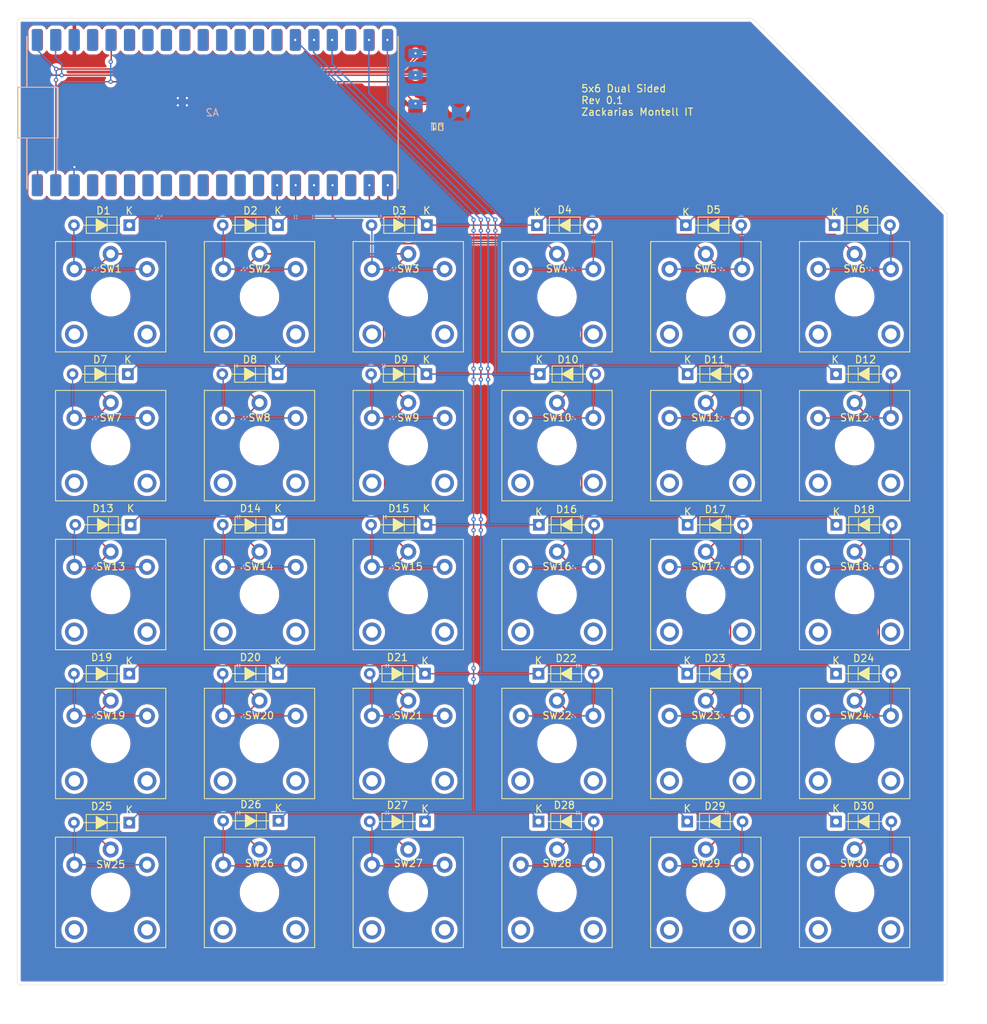
<source format=kicad_pcb>
(kicad_pcb
	(version 20241229)
	(generator "pcbnew")
	(generator_version "9.0")
	(general
		(thickness 1.6)
		(legacy_teardrops no)
	)
	(paper "A4")
	(layers
		(0 "F.Cu" signal)
		(2 "B.Cu" signal)
		(9 "F.Adhes" user "F.Adhesive")
		(11 "B.Adhes" user "B.Adhesive")
		(13 "F.Paste" user)
		(15 "B.Paste" user)
		(5 "F.SilkS" user "F.Silkscreen")
		(7 "B.SilkS" user "B.Silkscreen")
		(1 "F.Mask" user)
		(3 "B.Mask" user)
		(17 "Dwgs.User" user "User.Drawings")
		(19 "Cmts.User" user "User.Comments")
		(21 "Eco1.User" user "User.Eco1")
		(23 "Eco2.User" user "User.Eco2")
		(25 "Edge.Cuts" user)
		(27 "Margin" user)
		(31 "F.CrtYd" user "F.Courtyard")
		(29 "B.CrtYd" user "B.Courtyard")
		(35 "F.Fab" user)
		(33 "B.Fab" user)
		(39 "User.1" user)
		(41 "User.2" user)
		(43 "User.3" user)
		(45 "User.4" user)
	)
	(setup
		(pad_to_mask_clearance 0)
		(allow_soldermask_bridges_in_footprints no)
		(tenting front back)
		(pcbplotparams
			(layerselection 0x00000000_00000000_55555555_5755f5ff)
			(plot_on_all_layers_selection 0x00000000_00000000_00000000_00000000)
			(disableapertmacros no)
			(usegerberextensions no)
			(usegerberattributes yes)
			(usegerberadvancedattributes yes)
			(creategerberjobfile yes)
			(dashed_line_dash_ratio 12.000000)
			(dashed_line_gap_ratio 3.000000)
			(svgprecision 4)
			(plotframeref no)
			(mode 1)
			(useauxorigin no)
			(hpglpennumber 1)
			(hpglpenspeed 20)
			(hpglpendiameter 15.000000)
			(pdf_front_fp_property_popups yes)
			(pdf_back_fp_property_popups yes)
			(pdf_metadata yes)
			(pdf_single_document no)
			(dxfpolygonmode yes)
			(dxfimperialunits yes)
			(dxfusepcbnewfont yes)
			(psnegative no)
			(psa4output no)
			(plot_black_and_white yes)
			(sketchpadsonfab no)
			(plotpadnumbers no)
			(hidednponfab no)
			(sketchdnponfab yes)
			(crossoutdnponfab yes)
			(subtractmaskfromsilk no)
			(outputformat 1)
			(mirror no)
			(drillshape 0)
			(scaleselection 1)
			(outputdirectory "gerbers/")
		)
	)
	(net 0 "")
	(net 1 "col3")
	(net 2 "unconnected-(A1-~{3V3_EN}-Pad37)")
	(net 3 "unconnected-(A1-ADC2{slash}GP28-Pad34)")
	(net 4 "row0")
	(net 5 "unconnected-(A1-ADC_VREF-Pad35)")
	(net 6 "unconnected-(A1-VSYS-Pad39)")
	(net 7 "unconnected-(A1-GP22-Pad29)")
	(net 8 "unconnected-(A1-GND-Pad8)")
	(net 9 "unconnected-(A1-GP5-Pad7)")
	(net 10 "row3")
	(net 11 "unconnected-(A1-GND-Pad18)")
	(net 12 "unconnected-(A1-GND-Pad13)")
	(net 13 "row2")
	(net 14 "unconnected-(A1-VBUS-Pad40)")
	(net 15 "col1")
	(net 16 "unconnected-(A1-ADC0{slash}GP26-Pad31)")
	(net 17 "row4")
	(net 18 "col5")
	(net 19 "unconnected-(A1-RUN-Pad30)")
	(net 20 "unconnected-(A1-GP9-Pad12)")
	(net 21 "unconnected-(A1-GND-Pad23)")
	(net 22 "unconnected-(A1-GND-Pad28)")
	(net 23 "unconnected-(A1-ADC1{slash}GP27-Pad32)")
	(net 24 "unconnected-(A1-GP8-Pad11)")
	(net 25 "unconnected-(A1-GND-Pad3)")
	(net 26 "col4")
	(net 27 "unconnected-(A1-GND-Pad33)")
	(net 28 "row1")
	(net 29 "col0")
	(net 30 "col2")
	(net 31 "Net-(D1-A)")
	(net 32 "Net-(D2-A)")
	(net 33 "Net-(D3-A)")
	(net 34 "Net-(D4-A)")
	(net 35 "Net-(D5-A)")
	(net 36 "Net-(D6-A)")
	(net 37 "Net-(D7-A)")
	(net 38 "Net-(D8-A)")
	(net 39 "Net-(D9-A)")
	(net 40 "Net-(D10-A)")
	(net 41 "Net-(D11-A)")
	(net 42 "Net-(D12-A)")
	(net 43 "Net-(D13-A)")
	(net 44 "Net-(D14-A)")
	(net 45 "Net-(D15-A)")
	(net 46 "Net-(D16-A)")
	(net 47 "Net-(D17-A)")
	(net 48 "Net-(D18-A)")
	(net 49 "Net-(D19-A)")
	(net 50 "Net-(D20-A)")
	(net 51 "Net-(D21-A)")
	(net 52 "Net-(D22-A)")
	(net 53 "Net-(D23-A)")
	(net 54 "Net-(D24-A)")
	(net 55 "Net-(D25-A)")
	(net 56 "Net-(D26-A)")
	(net 57 "Net-(D27-A)")
	(net 58 "Net-(D28-A)")
	(net 59 "Net-(D29-A)")
	(net 60 "Net-(D30-A)")
	(net 61 "unconnected-(A1-GP3-Pad5)")
	(net 62 "unconnected-(A1-GP21-Pad27)")
	(net 63 "unconnected-(A1-GP7-Pad10)")
	(net 64 "unconnected-(A1-GP6-Pad9)")
	(net 65 "unconnected-(A1-GP2-Pad4)")
	(net 66 "unconnected-(A1-GP4-Pad6)")
	(net 67 "3v31")
	(net 68 "tx1")
	(net 69 "rx1")
	(net 70 "gnd1")
	(net 71 "unconnected-(A2-RUN-Pad30)")
	(net 72 "unconnected-(A2-GND-Pad3)")
	(net 73 "unconnected-(A2-GND-Pad13)")
	(net 74 "unconnected-(A2-GND-Pad28)")
	(net 75 "unconnected-(A2-GP2-Pad4)")
	(net 76 "unconnected-(A2-ADC1{slash}GP27-Pad32)")
	(net 77 "unconnected-(A2-GND-Pad8)")
	(net 78 "unconnected-(A2-ADC2{slash}GP28-Pad34)")
	(net 79 "unconnected-(A2-GP8-Pad11)")
	(net 80 "unconnected-(A2-GP3-Pad5)")
	(net 81 "unconnected-(A2-GP22-Pad29)")
	(net 82 "unconnected-(A2-VBUS-Pad40)")
	(net 83 "unconnected-(A2-GP10-Pad14)")
	(net 84 "unconnected-(A2-GND-Pad33)")
	(net 85 "unconnected-(A2-GND-Pad23)")
	(net 86 "unconnected-(A2-GP4-Pad6)")
	(net 87 "unconnected-(A2-GP6-Pad9)")
	(net 88 "unconnected-(A2-ADC0{slash}GP26-Pad31)")
	(net 89 "unconnected-(A2-~{3V3_EN}-Pad37)")
	(net 90 "unconnected-(A2-GND-Pad18)")
	(net 91 "unconnected-(A2-GP9-Pad12)")
	(net 92 "unconnected-(A2-GP7-Pad10)")
	(net 93 "unconnected-(A2-ADC_VREF-Pad35)")
	(net 94 "unconnected-(A2-3V3(OUT)-Pad36)")
	(net 95 "unconnected-(A2-GP5-Pad7)")
	(footprint "PCM_Switch_Keyboard_Kailh:SW_Kailh_Choc_V2_1.00u_double-sided" (layer "F.Cu") (at 107.5 122.35))
	(footprint "PCM_Diode_THT_AKL:D_DO-35_SOD27_P7.62mm_Horizontal" (layer "F.Cu") (at 166.5 92.25))
	(footprint "PCM_Switch_Keyboard_Kailh:SW_Kailh_Choc_V2_1.00u_double-sided" (layer "F.Cu") (at 128 142.85))
	(footprint "PCM_Switch_Keyboard_Kailh:SW_Kailh_Choc_V2_1.00u_double-sided" (layer "F.Cu") (at 210 60.85))
	(footprint "PCM_Diode_THT_AKL:D_DO-35_SOD27_P7.62mm_Horizontal" (layer "F.Cu") (at 130.5 71.5 180))
	(footprint "PCM_Switch_Keyboard_Kailh:SW_Kailh_Choc_V2_1.00u_double-sided" (layer "F.Cu") (at 148.5 142.85))
	(footprint "PCM_Diode_THT_AKL:D_DO-35_SOD27_P7.62mm_Horizontal" (layer "F.Cu") (at 187 71.5))
	(footprint "PCM_Diode_THT_AKL:D_DO-35_SOD27_P7.62mm_Horizontal" (layer "F.Cu") (at 151 71.5 180))
	(footprint "PCM_Diode_THT_AKL:D_DO-35_SOD27_P7.62mm_Horizontal" (layer "F.Cu") (at 130.56 112.75 180))
	(footprint "PCM_Diode_THT_AKL:D_DO-35_SOD27_P7.62mm_Horizontal" (layer "F.Cu") (at 109.87 71.5 180))
	(footprint "PCM_SL_Development_Boards:raspberry_pi_pico_SMD_Reversed" (layer "F.Cu") (at 121.5 35.5 90))
	(footprint "PCM_Diode_THT_AKL:D_DO-35_SOD27_P7.62mm_Horizontal" (layer "F.Cu") (at 186.94 133.1))
	(footprint "PCM_Switch_Keyboard_Kailh:SW_Kailh_Choc_V2_1.00u_double-sided" (layer "F.Cu") (at 210 142.85))
	(footprint "PCM_Diode_THT_AKL:D_DO-35_SOD27_P7.62mm_Horizontal" (layer "F.Cu") (at 110.06 112.75 180))
	(footprint "PCM_Diode_THT_AKL:D_DO-35_SOD27_P7.62mm_Horizontal" (layer "F.Cu") (at 151.06 51 180))
	(footprint "PCM_Switch_Keyboard_Kailh:SW_Kailh_Choc_V2_1.00u_double-sided" (layer "F.Cu") (at 189.5 60.85))
	(footprint "PCM_Switch_Keyboard_Kailh:SW_Kailh_Choc_V2_1.00u_double-sided" (layer "F.Cu") (at 210 101.85))
	(footprint "PCM_SL_Development_Boards:raspberry_pi_pico_SMD" (layer "F.Cu") (at 121.55 35.5 90))
	(footprint "PCM_Switch_Keyboard_Kailh:SW_Kailh_Choc_V2_1.00u_double-sided" (layer "F.Cu") (at 189.5 101.85))
	(footprint "PCM_Switch_Keyboard_Kailh:SW_Kailh_Choc_V2_1.00u_double-sided" (layer "F.Cu") (at 169 101.85))
	(footprint "PCM_Switch_Keyboard_Kailh:SW_Kailh_Choc_V2_1.00u_double-sided" (layer "F.Cu") (at 148.5 101.85))
	(footprint "PCM_Switch_Keyboard_Kailh:SW_Kailh_Choc_V2_1.00u_double-sided" (layer "F.Cu") (at 107.5 60.85))
	(footprint "PCM_Switch_Keyboard_Kailh:SW_Kailh_Choc_V2_1.00u_double-sided" (layer "F.Cu") (at 128 122.35))
	(footprint "PCM_Diode_THT_AKL:D_DO-35_SOD27_P7.62mm_Horizontal" (layer "F.Cu") (at 166.63 71.5))
	(footprint "PCM_Diode_THT_AKL:D_DO-35_SOD27_P7.62mm_Horizontal" (layer "F.Cu") (at 166.44 133.1))
	(footprint "PCM_Switch_Keyboard_Kailh:SW_Kailh_Choc_V2_1.00u_double-sided" (layer "F.Cu") (at 210 81.35))
	(footprint "PCM_Diode_THT_AKL:D_DO-35_SOD27_P7.62mm_Horizontal"
		(layer "F.Cu")
		(uuid "8780c5f2-f324-4842-bbd4-5e58ff287038")
		(at 166.44 112.75)
		(descr "Diode, DO-35_SOD27 series, Axial, Horizontal, pin pitch=7.62mm, , length*diameter=4*2mm^2, , http://www.diodes.com/_files/packages/DO-35.pdf, Alternate KiCad Library")
		(tags "Diode DO-35_SOD27 series Axial Horizontal pin pitch 7.62mm  length 4mm diameter 2mm")
		(property "Reference" "D22"
			(at 3.81 -2.12 0)
			(layer "F.SilkS")
			(uuid "ef505a7f-884f-478e-be23-c3fac737790e")
			(effects
				(font
					(size 1 1)
					(thickness 0.15)
				)
			)
		)
		(property "Value" "1N4148"
			(at 3.81 2.12 0)
			(layer "F.Fab")
			(hide yes)
			(uuid "ae56d117-5c77-445a-9f44-07b70b9b5367")
			(effects
				(font
					(size 1 1)
					(thickness 0.15)
				)
			)
		)
		(property "Datasheet" "https://datasheet.octopart.com/1N4148TR-ON-Semiconductor-datasheet-42765246.pdf"
			(at 0 0 0)
			(layer "F.Fab")
			(hide yes)
			(uuid "a55551c9-2e13-44f2-b378-60b57aa3119e")
			(effects
				(font
					(size 1.27 1.27)
					(thickness 0.15)
				)
			)
		)
		(property "Description" "DO-35 Diode, Small Signal, Fast Switching, 75V, 150mA, 4ns, Alternate KiCad Library"
			(at 0 0 0)
			(layer "F.Fab")
			(hide yes)
			(uuid "dcd9a2d5-15c5-414d-ab40-45a27fc8b82c")
			(effects
				(font
					(size 1.27 1.27)
					(thickness 0.15)
				)
			)
		)
		(property ki_fp_filters "TO-???* *_Diode_* *SingleDiode* D_*")
		(path "/63169afd-aa5d-4250-97e4-4d2cc00e12b1")
		(sheetname "/")
		(sheetfile "5x6.kicad_sch")
		(attr through_hole)
		(fp_line
			(start 1.04 0)
			(end 1.69 0)
			(stroke
				(width 0.12)
				(type solid)
			)
			(layer "F.SilkS")
			(uuid "820a8a8c-730a-4d76-b67a-5f13df4c96d9")
		)
		(fp_line
			(start 1.651 0)
			(end 3.048 0)
			(stroke
				(width 0.12)
				(type solid)
			)
			(layer "F.SilkS")
			(uuid "21ec6344-1413-464d-88b1-737d60c6b7c2")
		)
		(fp_line
			(start 1.69 -1.12)
			(end 1.69 1.12)
			(stroke
				(width 0.12)
				(type solid)
			)
			(layer "F.SilkS")
			(uuid "748ce14b-0ac4-4043-8e72-12337ea3b1fc")
		)
		(fp_line
			(start 1.69 1.12)
			(end 5.93 1.12)
			(stroke
				(width 0.12)
				(type solid)
			)
			(layer "F.SilkS")
			(uuid "e8d462c7-d632-461a-8af2-1e3b607d505e")
		)
		(fp_line
			(start 3.048 -0.889)
			(end 3.048 0.889)
			(stroke
				(width 0.12)
				(type solid)
			)
			(layer "F.SilkS")
			(uuid "b3782cfa-7b1a-466c-9661-86bc40afd96a")
		)
		(fp_line
			(start 5.93 -1.12)
			(end 1.69 -1.12)
			(stroke
				(width 0.12)
				(type solid)
			)
			(layer "F.SilkS")
			(uuid "0e136f00-ca65-4f7c-aa8e-b561c6fbd6b7")
		)
		(fp_line
	
... [1355025 chars truncated]
</source>
